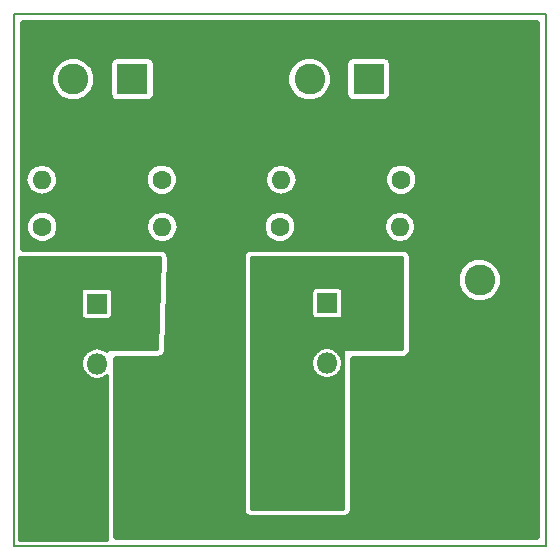
<source format=gbr>
G04 #@! TF.FileFunction,Copper,L1,Top,Signal*
%FSLAX46Y46*%
G04 Gerber Fmt 4.6, Leading zero omitted, Abs format (unit mm)*
G04 Created by KiCad (PCBNEW 4.0.7) date 05/14/18 22:33:48*
%MOMM*%
%LPD*%
G01*
G04 APERTURE LIST*
%ADD10C,0.100000*%
%ADD11C,0.150000*%
%ADD12R,1.800000X1.800000*%
%ADD13O,1.800000X1.800000*%
%ADD14R,2.600000X2.600000*%
%ADD15C,2.600000*%
%ADD16C,1.600000*%
%ADD17O,1.600000X1.600000*%
%ADD18C,0.400000*%
%ADD19C,0.500000*%
%ADD20C,0.300000*%
G04 APERTURE END LIST*
D10*
D11*
X125000000Y-75000000D02*
X125000000Y-30000000D01*
X170000000Y-75000000D02*
X125000000Y-75000000D01*
X170000000Y-30000000D02*
X170000000Y-75000000D01*
X125000000Y-30000000D02*
X170000000Y-30000000D01*
D12*
X132000000Y-54500000D03*
D13*
X132000000Y-57040000D03*
X132000000Y-59580000D03*
D14*
X135000000Y-35500000D03*
D15*
X130000000Y-35500000D03*
D14*
X130000000Y-69400000D03*
D15*
X135000000Y-69400000D03*
D14*
X155000000Y-35500000D03*
D15*
X150000000Y-35500000D03*
D14*
X150000000Y-69500000D03*
D15*
X155000000Y-69500000D03*
D14*
X164400000Y-57500000D03*
D15*
X164400000Y-52500000D03*
D12*
X151500000Y-54460000D03*
D13*
X151500000Y-57000000D03*
X151500000Y-59540000D03*
D16*
X127375000Y-48000000D03*
D17*
X137535000Y-48000000D03*
D16*
X137500000Y-44000000D03*
D17*
X127340000Y-44000000D03*
D16*
X147500000Y-48000000D03*
D17*
X157660000Y-48000000D03*
D16*
X157760000Y-44000000D03*
D17*
X147600000Y-44000000D03*
D18*
X150000000Y-69500000D02*
X150000000Y-67800000D01*
X150000000Y-67800000D02*
X148000000Y-65800000D01*
D19*
G36*
X169275000Y-74275000D02*
X133650000Y-74275000D01*
X133650000Y-59150000D01*
X137250000Y-59150000D01*
X137467218Y-59112631D01*
X137688452Y-58979854D01*
X137840598Y-58771466D01*
X137899683Y-58520303D01*
X138149683Y-50520303D01*
X138146191Y-50500000D01*
X144350000Y-50500000D01*
X144350000Y-72000000D01*
X144394453Y-72236247D01*
X144534075Y-72453226D01*
X144747114Y-72598789D01*
X145000000Y-72650000D01*
X153000000Y-72650000D01*
X153236247Y-72605547D01*
X153453226Y-72465925D01*
X153598789Y-72252886D01*
X153650000Y-72000000D01*
X153650000Y-59150000D01*
X158000000Y-59150000D01*
X158236247Y-59105547D01*
X158453226Y-58965925D01*
X158598789Y-58752886D01*
X158650000Y-58500000D01*
X158650000Y-52886177D01*
X162449662Y-52886177D01*
X162745906Y-53603143D01*
X163293971Y-54152166D01*
X164010419Y-54449661D01*
X164786177Y-54450338D01*
X165503143Y-54154094D01*
X166052166Y-53606029D01*
X166349661Y-52889581D01*
X166350338Y-52113823D01*
X166054094Y-51396857D01*
X165506029Y-50847834D01*
X164789581Y-50550339D01*
X164013823Y-50549662D01*
X163296857Y-50845906D01*
X162747834Y-51393971D01*
X162450339Y-52110419D01*
X162449662Y-52886177D01*
X158650000Y-52886177D01*
X158650000Y-50500000D01*
X158605547Y-50263753D01*
X158465925Y-50046774D01*
X158252886Y-49901211D01*
X158000000Y-49850000D01*
X145000000Y-49850000D01*
X144763753Y-49894453D01*
X144546774Y-50034075D01*
X144401211Y-50247114D01*
X144350000Y-50500000D01*
X138146191Y-50500000D01*
X138105547Y-50263753D01*
X137965925Y-50046774D01*
X137752886Y-49901211D01*
X137500000Y-49850000D01*
X125725000Y-49850000D01*
X125725000Y-48287157D01*
X125924749Y-48287157D01*
X126145033Y-48820286D01*
X126552569Y-49228533D01*
X127085312Y-49449748D01*
X127662157Y-49450251D01*
X128195286Y-49229967D01*
X128603533Y-48822431D01*
X128824748Y-48289688D01*
X128825000Y-48000000D01*
X136056593Y-48000000D01*
X136166968Y-48554891D01*
X136481288Y-49025305D01*
X136951702Y-49339625D01*
X137506593Y-49450000D01*
X137563407Y-49450000D01*
X138118298Y-49339625D01*
X138588712Y-49025305D01*
X138903032Y-48554891D01*
X138956287Y-48287157D01*
X146049749Y-48287157D01*
X146270033Y-48820286D01*
X146677569Y-49228533D01*
X147210312Y-49449748D01*
X147787157Y-49450251D01*
X148320286Y-49229967D01*
X148728533Y-48822431D01*
X148949748Y-48289688D01*
X148950000Y-48000000D01*
X156181593Y-48000000D01*
X156291968Y-48554891D01*
X156606288Y-49025305D01*
X157076702Y-49339625D01*
X157631593Y-49450000D01*
X157688407Y-49450000D01*
X158243298Y-49339625D01*
X158713712Y-49025305D01*
X159028032Y-48554891D01*
X159138407Y-48000000D01*
X159028032Y-47445109D01*
X158713712Y-46974695D01*
X158243298Y-46660375D01*
X157688407Y-46550000D01*
X157631593Y-46550000D01*
X157076702Y-46660375D01*
X156606288Y-46974695D01*
X156291968Y-47445109D01*
X156181593Y-48000000D01*
X148950000Y-48000000D01*
X148950251Y-47712843D01*
X148729967Y-47179714D01*
X148322431Y-46771467D01*
X147789688Y-46550252D01*
X147212843Y-46549749D01*
X146679714Y-46770033D01*
X146271467Y-47177569D01*
X146050252Y-47710312D01*
X146049749Y-48287157D01*
X138956287Y-48287157D01*
X139013407Y-48000000D01*
X138903032Y-47445109D01*
X138588712Y-46974695D01*
X138118298Y-46660375D01*
X137563407Y-46550000D01*
X137506593Y-46550000D01*
X136951702Y-46660375D01*
X136481288Y-46974695D01*
X136166968Y-47445109D01*
X136056593Y-48000000D01*
X128825000Y-48000000D01*
X128825251Y-47712843D01*
X128604967Y-47179714D01*
X128197431Y-46771467D01*
X127664688Y-46550252D01*
X127087843Y-46549749D01*
X126554714Y-46770033D01*
X126146467Y-47177569D01*
X125925252Y-47710312D01*
X125924749Y-48287157D01*
X125725000Y-48287157D01*
X125725000Y-44000000D01*
X125861593Y-44000000D01*
X125971968Y-44554891D01*
X126286288Y-45025305D01*
X126756702Y-45339625D01*
X127311593Y-45450000D01*
X127368407Y-45450000D01*
X127923298Y-45339625D01*
X128393712Y-45025305D01*
X128708032Y-44554891D01*
X128761287Y-44287157D01*
X136049749Y-44287157D01*
X136270033Y-44820286D01*
X136677569Y-45228533D01*
X137210312Y-45449748D01*
X137787157Y-45450251D01*
X138320286Y-45229967D01*
X138728533Y-44822431D01*
X138949748Y-44289688D01*
X138950000Y-44000000D01*
X146121593Y-44000000D01*
X146231968Y-44554891D01*
X146546288Y-45025305D01*
X147016702Y-45339625D01*
X147571593Y-45450000D01*
X147628407Y-45450000D01*
X148183298Y-45339625D01*
X148653712Y-45025305D01*
X148968032Y-44554891D01*
X149021287Y-44287157D01*
X156309749Y-44287157D01*
X156530033Y-44820286D01*
X156937569Y-45228533D01*
X157470312Y-45449748D01*
X158047157Y-45450251D01*
X158580286Y-45229967D01*
X158988533Y-44822431D01*
X159209748Y-44289688D01*
X159210251Y-43712843D01*
X158989967Y-43179714D01*
X158582431Y-42771467D01*
X158049688Y-42550252D01*
X157472843Y-42549749D01*
X156939714Y-42770033D01*
X156531467Y-43177569D01*
X156310252Y-43710312D01*
X156309749Y-44287157D01*
X149021287Y-44287157D01*
X149078407Y-44000000D01*
X148968032Y-43445109D01*
X148653712Y-42974695D01*
X148183298Y-42660375D01*
X147628407Y-42550000D01*
X147571593Y-42550000D01*
X147016702Y-42660375D01*
X146546288Y-42974695D01*
X146231968Y-43445109D01*
X146121593Y-44000000D01*
X138950000Y-44000000D01*
X138950251Y-43712843D01*
X138729967Y-43179714D01*
X138322431Y-42771467D01*
X137789688Y-42550252D01*
X137212843Y-42549749D01*
X136679714Y-42770033D01*
X136271467Y-43177569D01*
X136050252Y-43710312D01*
X136049749Y-44287157D01*
X128761287Y-44287157D01*
X128818407Y-44000000D01*
X128708032Y-43445109D01*
X128393712Y-42974695D01*
X127923298Y-42660375D01*
X127368407Y-42550000D01*
X127311593Y-42550000D01*
X126756702Y-42660375D01*
X126286288Y-42974695D01*
X125971968Y-43445109D01*
X125861593Y-44000000D01*
X125725000Y-44000000D01*
X125725000Y-35886177D01*
X128049662Y-35886177D01*
X128345906Y-36603143D01*
X128893971Y-37152166D01*
X129610419Y-37449661D01*
X130386177Y-37450338D01*
X131103143Y-37154094D01*
X131652166Y-36606029D01*
X131949661Y-35889581D01*
X131950338Y-35113823D01*
X131654094Y-34396857D01*
X131457581Y-34200000D01*
X133037266Y-34200000D01*
X133037266Y-36800000D01*
X133082590Y-37040876D01*
X133224947Y-37262105D01*
X133442159Y-37410520D01*
X133700000Y-37462734D01*
X136300000Y-37462734D01*
X136540876Y-37417410D01*
X136762105Y-37275053D01*
X136910520Y-37057841D01*
X136962734Y-36800000D01*
X136962734Y-35886177D01*
X148049662Y-35886177D01*
X148345906Y-36603143D01*
X148893971Y-37152166D01*
X149610419Y-37449661D01*
X150386177Y-37450338D01*
X151103143Y-37154094D01*
X151652166Y-36606029D01*
X151949661Y-35889581D01*
X151950338Y-35113823D01*
X151654094Y-34396857D01*
X151457581Y-34200000D01*
X153037266Y-34200000D01*
X153037266Y-36800000D01*
X153082590Y-37040876D01*
X153224947Y-37262105D01*
X153442159Y-37410520D01*
X153700000Y-37462734D01*
X156300000Y-37462734D01*
X156540876Y-37417410D01*
X156762105Y-37275053D01*
X156910520Y-37057841D01*
X156962734Y-36800000D01*
X156962734Y-34200000D01*
X156917410Y-33959124D01*
X156775053Y-33737895D01*
X156557841Y-33589480D01*
X156300000Y-33537266D01*
X153700000Y-33537266D01*
X153459124Y-33582590D01*
X153237895Y-33724947D01*
X153089480Y-33942159D01*
X153037266Y-34200000D01*
X151457581Y-34200000D01*
X151106029Y-33847834D01*
X150389581Y-33550339D01*
X149613823Y-33549662D01*
X148896857Y-33845906D01*
X148347834Y-34393971D01*
X148050339Y-35110419D01*
X148049662Y-35886177D01*
X136962734Y-35886177D01*
X136962734Y-34200000D01*
X136917410Y-33959124D01*
X136775053Y-33737895D01*
X136557841Y-33589480D01*
X136300000Y-33537266D01*
X133700000Y-33537266D01*
X133459124Y-33582590D01*
X133237895Y-33724947D01*
X133089480Y-33942159D01*
X133037266Y-34200000D01*
X131457581Y-34200000D01*
X131106029Y-33847834D01*
X130389581Y-33550339D01*
X129613823Y-33549662D01*
X128896857Y-33845906D01*
X128347834Y-34393971D01*
X128050339Y-35110419D01*
X128049662Y-35886177D01*
X125725000Y-35886177D01*
X125725000Y-30725000D01*
X169275000Y-30725000D01*
X169275000Y-74275000D01*
X169275000Y-74275000D01*
G37*
X169275000Y-74275000D02*
X133650000Y-74275000D01*
X133650000Y-59150000D01*
X137250000Y-59150000D01*
X137467218Y-59112631D01*
X137688452Y-58979854D01*
X137840598Y-58771466D01*
X137899683Y-58520303D01*
X138149683Y-50520303D01*
X138146191Y-50500000D01*
X144350000Y-50500000D01*
X144350000Y-72000000D01*
X144394453Y-72236247D01*
X144534075Y-72453226D01*
X144747114Y-72598789D01*
X145000000Y-72650000D01*
X153000000Y-72650000D01*
X153236247Y-72605547D01*
X153453226Y-72465925D01*
X153598789Y-72252886D01*
X153650000Y-72000000D01*
X153650000Y-59150000D01*
X158000000Y-59150000D01*
X158236247Y-59105547D01*
X158453226Y-58965925D01*
X158598789Y-58752886D01*
X158650000Y-58500000D01*
X158650000Y-52886177D01*
X162449662Y-52886177D01*
X162745906Y-53603143D01*
X163293971Y-54152166D01*
X164010419Y-54449661D01*
X164786177Y-54450338D01*
X165503143Y-54154094D01*
X166052166Y-53606029D01*
X166349661Y-52889581D01*
X166350338Y-52113823D01*
X166054094Y-51396857D01*
X165506029Y-50847834D01*
X164789581Y-50550339D01*
X164013823Y-50549662D01*
X163296857Y-50845906D01*
X162747834Y-51393971D01*
X162450339Y-52110419D01*
X162449662Y-52886177D01*
X158650000Y-52886177D01*
X158650000Y-50500000D01*
X158605547Y-50263753D01*
X158465925Y-50046774D01*
X158252886Y-49901211D01*
X158000000Y-49850000D01*
X145000000Y-49850000D01*
X144763753Y-49894453D01*
X144546774Y-50034075D01*
X144401211Y-50247114D01*
X144350000Y-50500000D01*
X138146191Y-50500000D01*
X138105547Y-50263753D01*
X137965925Y-50046774D01*
X137752886Y-49901211D01*
X137500000Y-49850000D01*
X125725000Y-49850000D01*
X125725000Y-48287157D01*
X125924749Y-48287157D01*
X126145033Y-48820286D01*
X126552569Y-49228533D01*
X127085312Y-49449748D01*
X127662157Y-49450251D01*
X128195286Y-49229967D01*
X128603533Y-48822431D01*
X128824748Y-48289688D01*
X128825000Y-48000000D01*
X136056593Y-48000000D01*
X136166968Y-48554891D01*
X136481288Y-49025305D01*
X136951702Y-49339625D01*
X137506593Y-49450000D01*
X137563407Y-49450000D01*
X138118298Y-49339625D01*
X138588712Y-49025305D01*
X138903032Y-48554891D01*
X138956287Y-48287157D01*
X146049749Y-48287157D01*
X146270033Y-48820286D01*
X146677569Y-49228533D01*
X147210312Y-49449748D01*
X147787157Y-49450251D01*
X148320286Y-49229967D01*
X148728533Y-48822431D01*
X148949748Y-48289688D01*
X148950000Y-48000000D01*
X156181593Y-48000000D01*
X156291968Y-48554891D01*
X156606288Y-49025305D01*
X157076702Y-49339625D01*
X157631593Y-49450000D01*
X157688407Y-49450000D01*
X158243298Y-49339625D01*
X158713712Y-49025305D01*
X159028032Y-48554891D01*
X159138407Y-48000000D01*
X159028032Y-47445109D01*
X158713712Y-46974695D01*
X158243298Y-46660375D01*
X157688407Y-46550000D01*
X157631593Y-46550000D01*
X157076702Y-46660375D01*
X156606288Y-46974695D01*
X156291968Y-47445109D01*
X156181593Y-48000000D01*
X148950000Y-48000000D01*
X148950251Y-47712843D01*
X148729967Y-47179714D01*
X148322431Y-46771467D01*
X147789688Y-46550252D01*
X147212843Y-46549749D01*
X146679714Y-46770033D01*
X146271467Y-47177569D01*
X146050252Y-47710312D01*
X146049749Y-48287157D01*
X138956287Y-48287157D01*
X139013407Y-48000000D01*
X138903032Y-47445109D01*
X138588712Y-46974695D01*
X138118298Y-46660375D01*
X137563407Y-46550000D01*
X137506593Y-46550000D01*
X136951702Y-46660375D01*
X136481288Y-46974695D01*
X136166968Y-47445109D01*
X136056593Y-48000000D01*
X128825000Y-48000000D01*
X128825251Y-47712843D01*
X128604967Y-47179714D01*
X128197431Y-46771467D01*
X127664688Y-46550252D01*
X127087843Y-46549749D01*
X126554714Y-46770033D01*
X126146467Y-47177569D01*
X125925252Y-47710312D01*
X125924749Y-48287157D01*
X125725000Y-48287157D01*
X125725000Y-44000000D01*
X125861593Y-44000000D01*
X125971968Y-44554891D01*
X126286288Y-45025305D01*
X126756702Y-45339625D01*
X127311593Y-45450000D01*
X127368407Y-45450000D01*
X127923298Y-45339625D01*
X128393712Y-45025305D01*
X128708032Y-44554891D01*
X128761287Y-44287157D01*
X136049749Y-44287157D01*
X136270033Y-44820286D01*
X136677569Y-45228533D01*
X137210312Y-45449748D01*
X137787157Y-45450251D01*
X138320286Y-45229967D01*
X138728533Y-44822431D01*
X138949748Y-44289688D01*
X138950000Y-44000000D01*
X146121593Y-44000000D01*
X146231968Y-44554891D01*
X146546288Y-45025305D01*
X147016702Y-45339625D01*
X147571593Y-45450000D01*
X147628407Y-45450000D01*
X148183298Y-45339625D01*
X148653712Y-45025305D01*
X148968032Y-44554891D01*
X149021287Y-44287157D01*
X156309749Y-44287157D01*
X156530033Y-44820286D01*
X156937569Y-45228533D01*
X157470312Y-45449748D01*
X158047157Y-45450251D01*
X158580286Y-45229967D01*
X158988533Y-44822431D01*
X159209748Y-44289688D01*
X159210251Y-43712843D01*
X158989967Y-43179714D01*
X158582431Y-42771467D01*
X158049688Y-42550252D01*
X157472843Y-42549749D01*
X156939714Y-42770033D01*
X156531467Y-43177569D01*
X156310252Y-43710312D01*
X156309749Y-44287157D01*
X149021287Y-44287157D01*
X149078407Y-44000000D01*
X148968032Y-43445109D01*
X148653712Y-42974695D01*
X148183298Y-42660375D01*
X147628407Y-42550000D01*
X147571593Y-42550000D01*
X147016702Y-42660375D01*
X146546288Y-42974695D01*
X146231968Y-43445109D01*
X146121593Y-44000000D01*
X138950000Y-44000000D01*
X138950251Y-43712843D01*
X138729967Y-43179714D01*
X138322431Y-42771467D01*
X137789688Y-42550252D01*
X137212843Y-42549749D01*
X136679714Y-42770033D01*
X136271467Y-43177569D01*
X136050252Y-43710312D01*
X136049749Y-44287157D01*
X128761287Y-44287157D01*
X128818407Y-44000000D01*
X128708032Y-43445109D01*
X128393712Y-42974695D01*
X127923298Y-42660375D01*
X127368407Y-42550000D01*
X127311593Y-42550000D01*
X126756702Y-42660375D01*
X126286288Y-42974695D01*
X125971968Y-43445109D01*
X125861593Y-44000000D01*
X125725000Y-44000000D01*
X125725000Y-35886177D01*
X128049662Y-35886177D01*
X128345906Y-36603143D01*
X128893971Y-37152166D01*
X129610419Y-37449661D01*
X130386177Y-37450338D01*
X131103143Y-37154094D01*
X131652166Y-36606029D01*
X131949661Y-35889581D01*
X131950338Y-35113823D01*
X131654094Y-34396857D01*
X131457581Y-34200000D01*
X133037266Y-34200000D01*
X133037266Y-36800000D01*
X133082590Y-37040876D01*
X133224947Y-37262105D01*
X133442159Y-37410520D01*
X133700000Y-37462734D01*
X136300000Y-37462734D01*
X136540876Y-37417410D01*
X136762105Y-37275053D01*
X136910520Y-37057841D01*
X136962734Y-36800000D01*
X136962734Y-35886177D01*
X148049662Y-35886177D01*
X148345906Y-36603143D01*
X148893971Y-37152166D01*
X149610419Y-37449661D01*
X150386177Y-37450338D01*
X151103143Y-37154094D01*
X151652166Y-36606029D01*
X151949661Y-35889581D01*
X151950338Y-35113823D01*
X151654094Y-34396857D01*
X151457581Y-34200000D01*
X153037266Y-34200000D01*
X153037266Y-36800000D01*
X153082590Y-37040876D01*
X153224947Y-37262105D01*
X153442159Y-37410520D01*
X153700000Y-37462734D01*
X156300000Y-37462734D01*
X156540876Y-37417410D01*
X156762105Y-37275053D01*
X156910520Y-37057841D01*
X156962734Y-36800000D01*
X156962734Y-34200000D01*
X156917410Y-33959124D01*
X156775053Y-33737895D01*
X156557841Y-33589480D01*
X156300000Y-33537266D01*
X153700000Y-33537266D01*
X153459124Y-33582590D01*
X153237895Y-33724947D01*
X153089480Y-33942159D01*
X153037266Y-34200000D01*
X151457581Y-34200000D01*
X151106029Y-33847834D01*
X150389581Y-33550339D01*
X149613823Y-33549662D01*
X148896857Y-33845906D01*
X148347834Y-34393971D01*
X148050339Y-35110419D01*
X148049662Y-35886177D01*
X136962734Y-35886177D01*
X136962734Y-34200000D01*
X136917410Y-33959124D01*
X136775053Y-33737895D01*
X136557841Y-33589480D01*
X136300000Y-33537266D01*
X133700000Y-33537266D01*
X133459124Y-33582590D01*
X133237895Y-33724947D01*
X133089480Y-33942159D01*
X133037266Y-34200000D01*
X131457581Y-34200000D01*
X131106029Y-33847834D01*
X130389581Y-33550339D01*
X129613823Y-33549662D01*
X128896857Y-33845906D01*
X128347834Y-34393971D01*
X128050339Y-35110419D01*
X128049662Y-35886177D01*
X125725000Y-35886177D01*
X125725000Y-30725000D01*
X169275000Y-30725000D01*
X169275000Y-74275000D01*
D20*
G36*
X157850000Y-58350000D02*
X153000000Y-58350000D01*
X152941642Y-58361818D01*
X152892479Y-58395409D01*
X152860258Y-58445481D01*
X152850000Y-58500000D01*
X152850000Y-59513552D01*
X152747237Y-58996929D01*
X152454594Y-58558958D01*
X152016623Y-58266315D01*
X151500000Y-58163552D01*
X150983377Y-58266315D01*
X150545406Y-58558958D01*
X150252763Y-58996929D01*
X150150000Y-59513552D01*
X150150000Y-59566448D01*
X150252763Y-60083071D01*
X150545406Y-60521042D01*
X150983377Y-60813685D01*
X151500000Y-60916448D01*
X152016623Y-60813685D01*
X152454594Y-60521042D01*
X152747237Y-60083071D01*
X152850000Y-59566448D01*
X152850000Y-71850000D01*
X145150000Y-71850000D01*
X145150000Y-53560000D01*
X150141184Y-53560000D01*
X150141184Y-55360000D01*
X150172562Y-55526760D01*
X150271117Y-55679919D01*
X150421495Y-55782668D01*
X150600000Y-55818816D01*
X152400000Y-55818816D01*
X152566760Y-55787438D01*
X152719919Y-55688883D01*
X152822668Y-55538505D01*
X152858816Y-55360000D01*
X152858816Y-53560000D01*
X152827438Y-53393240D01*
X152728883Y-53240081D01*
X152578505Y-53137332D01*
X152400000Y-53101184D01*
X150600000Y-53101184D01*
X150433240Y-53132562D01*
X150280081Y-53231117D01*
X150177332Y-53381495D01*
X150141184Y-53560000D01*
X145150000Y-53560000D01*
X145150000Y-50650000D01*
X157850000Y-50650000D01*
X157850000Y-58350000D01*
X157850000Y-58350000D01*
G37*
X157850000Y-58350000D02*
X153000000Y-58350000D01*
X152941642Y-58361818D01*
X152892479Y-58395409D01*
X152860258Y-58445481D01*
X152850000Y-58500000D01*
X152850000Y-59513552D01*
X152747237Y-58996929D01*
X152454594Y-58558958D01*
X152016623Y-58266315D01*
X151500000Y-58163552D01*
X150983377Y-58266315D01*
X150545406Y-58558958D01*
X150252763Y-58996929D01*
X150150000Y-59513552D01*
X150150000Y-59566448D01*
X150252763Y-60083071D01*
X150545406Y-60521042D01*
X150983377Y-60813685D01*
X151500000Y-60916448D01*
X152016623Y-60813685D01*
X152454594Y-60521042D01*
X152747237Y-60083071D01*
X152850000Y-59566448D01*
X152850000Y-71850000D01*
X145150000Y-71850000D01*
X145150000Y-53560000D01*
X150141184Y-53560000D01*
X150141184Y-55360000D01*
X150172562Y-55526760D01*
X150271117Y-55679919D01*
X150421495Y-55782668D01*
X150600000Y-55818816D01*
X152400000Y-55818816D01*
X152566760Y-55787438D01*
X152719919Y-55688883D01*
X152822668Y-55538505D01*
X152858816Y-55360000D01*
X152858816Y-53560000D01*
X152827438Y-53393240D01*
X152728883Y-53240081D01*
X152578505Y-53137332D01*
X152400000Y-53101184D01*
X150600000Y-53101184D01*
X150433240Y-53132562D01*
X150280081Y-53231117D01*
X150177332Y-53381495D01*
X150141184Y-53560000D01*
X145150000Y-53560000D01*
X145150000Y-50650000D01*
X157850000Y-50650000D01*
X157850000Y-58350000D01*
G36*
X137104614Y-58350000D02*
X133000000Y-58350000D01*
X132941642Y-58361818D01*
X132892479Y-58395409D01*
X132860258Y-58445481D01*
X132850000Y-58500000D01*
X132850000Y-58529070D01*
X132516623Y-58306315D01*
X132000000Y-58203552D01*
X131483377Y-58306315D01*
X131045406Y-58598958D01*
X130752763Y-59036929D01*
X130650000Y-59553552D01*
X130650000Y-59606448D01*
X130752763Y-60123071D01*
X131045406Y-60561042D01*
X131483377Y-60853685D01*
X132000000Y-60956448D01*
X132516623Y-60853685D01*
X132850000Y-60630930D01*
X132850000Y-74475000D01*
X125525000Y-74475000D01*
X125525000Y-53600000D01*
X130641184Y-53600000D01*
X130641184Y-55400000D01*
X130672562Y-55566760D01*
X130771117Y-55719919D01*
X130921495Y-55822668D01*
X131100000Y-55858816D01*
X132900000Y-55858816D01*
X133066760Y-55827438D01*
X133219919Y-55728883D01*
X133322668Y-55578505D01*
X133358816Y-55400000D01*
X133358816Y-53600000D01*
X133327438Y-53433240D01*
X133228883Y-53280081D01*
X133078505Y-53177332D01*
X132900000Y-53141184D01*
X131100000Y-53141184D01*
X130933240Y-53172562D01*
X130780081Y-53271117D01*
X130677332Y-53421495D01*
X130641184Y-53600000D01*
X125525000Y-53600000D01*
X125525000Y-50650000D01*
X137345239Y-50650000D01*
X137104614Y-58350000D01*
X137104614Y-58350000D01*
G37*
X137104614Y-58350000D02*
X133000000Y-58350000D01*
X132941642Y-58361818D01*
X132892479Y-58395409D01*
X132860258Y-58445481D01*
X132850000Y-58500000D01*
X132850000Y-58529070D01*
X132516623Y-58306315D01*
X132000000Y-58203552D01*
X131483377Y-58306315D01*
X131045406Y-58598958D01*
X130752763Y-59036929D01*
X130650000Y-59553552D01*
X130650000Y-59606448D01*
X130752763Y-60123071D01*
X131045406Y-60561042D01*
X131483377Y-60853685D01*
X132000000Y-60956448D01*
X132516623Y-60853685D01*
X132850000Y-60630930D01*
X132850000Y-74475000D01*
X125525000Y-74475000D01*
X125525000Y-53600000D01*
X130641184Y-53600000D01*
X130641184Y-55400000D01*
X130672562Y-55566760D01*
X130771117Y-55719919D01*
X130921495Y-55822668D01*
X131100000Y-55858816D01*
X132900000Y-55858816D01*
X133066760Y-55827438D01*
X133219919Y-55728883D01*
X133322668Y-55578505D01*
X133358816Y-55400000D01*
X133358816Y-53600000D01*
X133327438Y-53433240D01*
X133228883Y-53280081D01*
X133078505Y-53177332D01*
X132900000Y-53141184D01*
X131100000Y-53141184D01*
X130933240Y-53172562D01*
X130780081Y-53271117D01*
X130677332Y-53421495D01*
X130641184Y-53600000D01*
X125525000Y-53600000D01*
X125525000Y-50650000D01*
X137345239Y-50650000D01*
X137104614Y-58350000D01*
M02*

</source>
